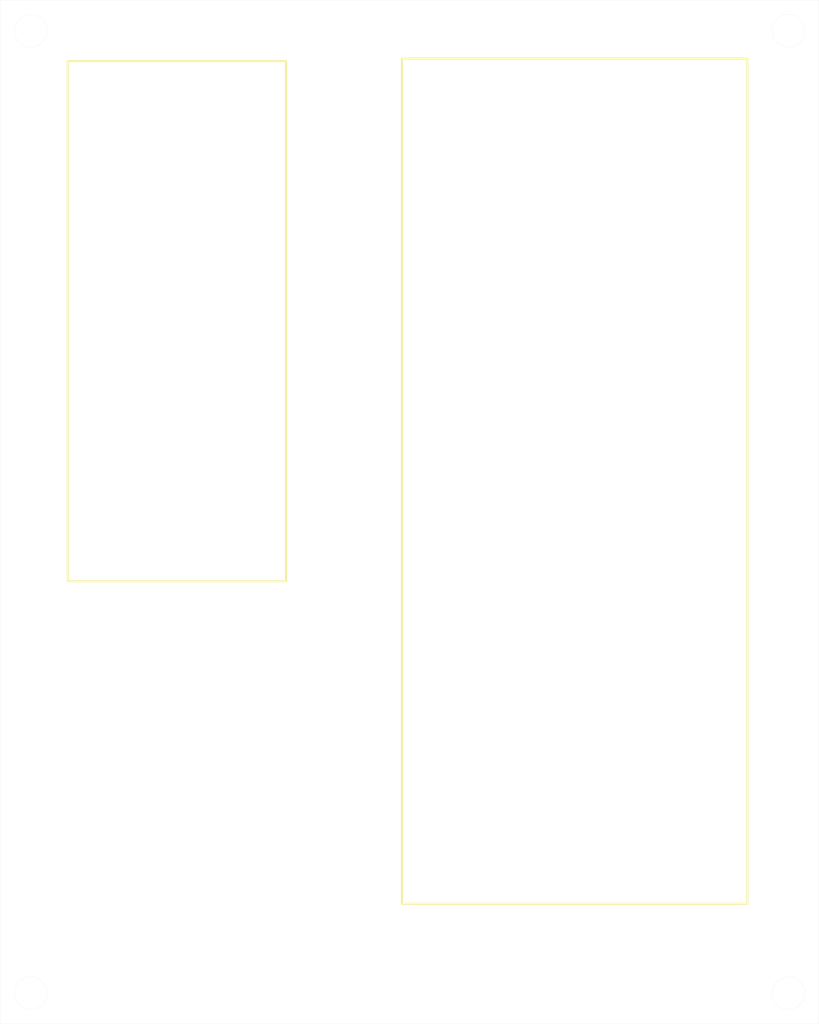
<source format=kicad_pcb>
(kicad_pcb (version 20211014) (generator pcbnew)

  (general
    (thickness 1.6)
  )

  (paper "A4")
  (layers
    (0 "F.Cu" signal)
    (31 "B.Cu" signal)
    (32 "B.Adhes" user "B.Adhesive")
    (33 "F.Adhes" user "F.Adhesive")
    (34 "B.Paste" user)
    (35 "F.Paste" user)
    (36 "B.SilkS" user "B.Silkscreen")
    (37 "F.SilkS" user "F.Silkscreen")
    (38 "B.Mask" user)
    (39 "F.Mask" user)
    (40 "Dwgs.User" user "User.Drawings")
    (41 "Cmts.User" user "User.Comments")
    (42 "Eco1.User" user "User.Eco1")
    (43 "Eco2.User" user "User.Eco2")
    (44 "Edge.Cuts" user)
    (45 "Margin" user)
    (46 "B.CrtYd" user "B.Courtyard")
    (47 "F.CrtYd" user "F.Courtyard")
    (48 "B.Fab" user)
    (49 "F.Fab" user)
    (50 "User.1" user)
    (51 "User.2" user)
    (52 "User.3" user)
    (53 "User.4" user)
    (54 "User.5" user)
    (55 "User.6" user)
    (56 "User.7" user)
    (57 "User.8" user)
    (58 "User.9" user)
  )

  (setup
    (pad_to_mask_clearance 0)
    (pcbplotparams
      (layerselection 0x00010fc_ffffffff)
      (disableapertmacros false)
      (usegerberextensions false)
      (usegerberattributes true)
      (usegerberadvancedattributes true)
      (creategerberjobfile true)
      (svguseinch false)
      (svgprecision 6)
      (excludeedgelayer true)
      (plotframeref false)
      (viasonmask false)
      (mode 1)
      (useauxorigin false)
      (hpglpennumber 1)
      (hpglpenspeed 20)
      (hpglpendiameter 15.000000)
      (dxfpolygonmode true)
      (dxfimperialunits true)
      (dxfusepcbnewfont true)
      (psnegative false)
      (psa4output false)
      (plotreference true)
      (plotvalue true)
      (plotinvisibletext false)
      (sketchpadsonfab false)
      (subtractmaskfromsilk false)
      (outputformat 1)
      (mirror false)
      (drillshape 1)
      (scaleselection 1)
      (outputdirectory "")
    )
  )

  (net 0 "")

  (gr_rect (start 6.604 5.969) (end 27.94 56.769) (layer "F.SilkS") (width 0.2) (fill none) (tstamp 9bacb42f-850c-4e2a-ad86-410c2f7b403a))
  (gr_rect (start 39.259 5.715) (end 73.009 88.265) (layer "F.SilkS") (width 0.2) (fill none) (tstamp adfdd160-100d-4c4f-88cd-3aa28639de39))
  (gr_rect (start 0 0) (end 80 100) (layer "Edge.Cuts") (width 0.01) (fill none) (tstamp 18475cef-6dac-4df5-b4a1-83785d5915fe))
  (gr_circle (center 77 3) (end 78.6 3) (layer "Edge.Cuts") (width 0.01) (fill none) (tstamp 2f076868-bdc0-47a9-9761-17da9e4a3ff9))
  (gr_circle (center 77 97) (end 78.6 97) (layer "Edge.Cuts") (width 0.01) (fill none) (tstamp 2fe52402-eba7-44d6-bdaf-27839a63688f))
  (gr_circle (center 3 97) (end 4.6 97) (layer "Edge.Cuts") (width 0.01) (fill none) (tstamp 6adaa77c-3ac9-4c92-b941-e8d31a331220))
  (gr_circle (center 3 3) (end 4.6 3) (layer "Edge.Cuts") (width 0.01) (fill none) (tstamp de8515cb-4391-496f-82ea-73f088520022))

)

</source>
